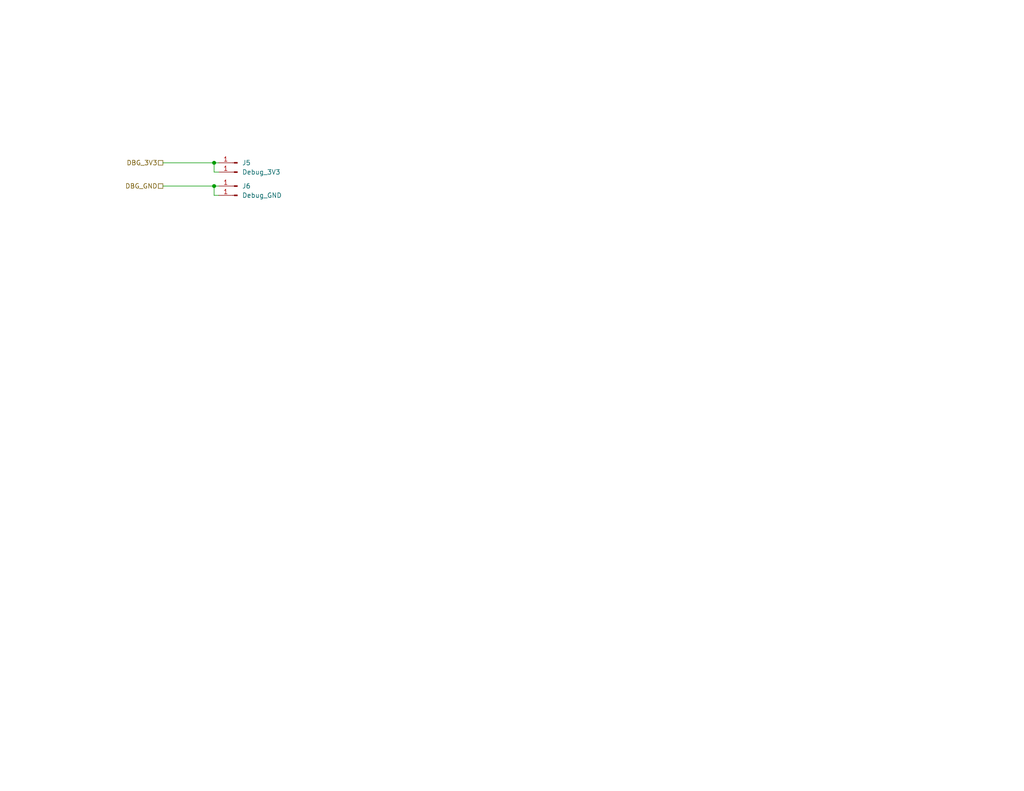
<source format=kicad_sch>
(kicad_sch (version 20231120) (generator "eeschema") (generator_version "8.0")
  (paper "USLetter")
  (title_block (title "ESP32-C3 Breadboard Adapter."))
  (lib_symbols
    (symbol "Alexander KiCad Libraries:Conn_Debug_01x02_Pin" (pin_names (offset 1.016) hide)
      (property "Reference" "J" (at 0 2.54 0))
      (property "Value" "Conn_Debug_01x02_Pin" (at 0 -5.08 0))
      (symbol "Conn_Debug_01x02_Pin_1_1"
        (polyline (pts (xy 1.27 -2.54) (xy 0.8636 -2.54)) (stroke (width 0.1524)))
        (polyline (pts (xy 1.27 0) (xy 0.8636 0)) (stroke (width 0.1524)))
        (rectangle (start 0.8636 -2.413) (end 0 -2.667) (stroke (width 0.1524)) (fill (type outline)))
        (rectangle (start 0.8636 0.127) (end 0 -0.127) (stroke (width 0.1524)) (fill (type outline)))
        (pin passive line (at 5.08 -2.54 180) (length 3.81) (name "DBG") (number "1"))
        (pin passive line (at 5.08 0 180) (length 3.81) (name "DBG") (number "1"))
      )
    )
  )
  (junction (at 58.42 44.45))
  (junction (at 58.42 50.8))
  (wire (pts (xy 44.45 50.8) (xy 58.42 50.8)))
  (wire (pts (xy 59.69 53.34) (xy 58.42 53.34)))
  (wire (pts (xy 44.45 44.45) (xy 58.42 44.45)))
  (wire (pts (xy 58.42 46.99) (xy 58.42 44.45)))
  (wire (pts (xy 59.69 46.99) (xy 58.42 46.99)))
  (wire (pts (xy 58.42 50.8) (xy 59.69 50.8)))
  (wire (pts (xy 58.42 53.34) (xy 58.42 50.8)))
  (wire (pts (xy 58.42 44.45) (xy 59.69 44.45)))
  (hierarchical_label "DBG_3V3" (shape passive) (at 44.45 44.45 180))
  (hierarchical_label "DBG_GND" (shape passive) (at 44.45 50.8 180))
  (symbol (lib_name "Alexander KiCad Libraries:Conn_Debug_01x02_Pin") (lib_id "Alexander KiCad Libraries:Conn_Debug_01x02_Pin") (at 64.77 46.99 180) (unit 1)
    (property "Reference" "J5" (at 66.04 44.4499 0) (effects (justify right)))
    (property "Value" "Debug_3V3" (at 66.04 46.9899 0) (effects (justify right)))
    (property "Footprint" "Alexander Footprint Library:Conn_Debug_1x02_P2.54mm" (effects (hide yes)))
    (property "Description" "Generic connector, single row, 01x02, script generated" (effects (hide yes)))
  )
  (symbol (lib_name "Alexander KiCad Libraries:Conn_Debug_01x02_Pin") (lib_id "Alexander KiCad Libraries:Conn_Debug_01x02_Pin") (at 64.77 53.34 180) (unit 1) (on_board no)
    (property "Reference" "J6" (at 66.04 50.7999 0) (effects (justify right)))
    (property "Value" "Debug_GND" (at 66.04 53.3399 0) (effects (justify right)))
    (property "Footprint" "Alexander Footprint Library:Conn_Debug_1x02_P2.54mm" (effects (hide yes)))
    (property "Description" "Generic connector, single row, 01x02, script generated" (effects (hide yes)))
  )
)
</source>
